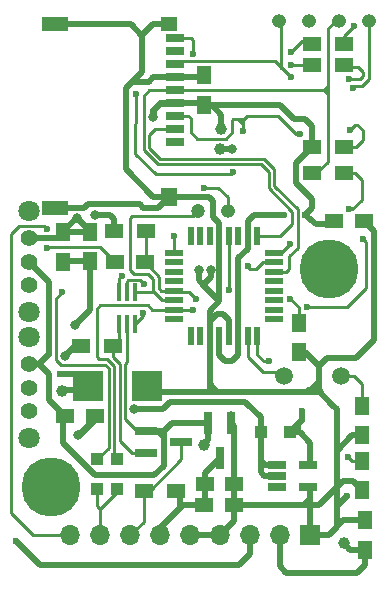
<source format=gbr>
G04 #@! TF.FileFunction,Copper,L1,Top,Signal*
%FSLAX46Y46*%
G04 Gerber Fmt 4.6, Leading zero omitted, Abs format (unit mm)*
G04 Created by KiCad (PCBNEW 4.0.4-stable) date 11/23/17 14:52:01*
%MOMM*%
%LPD*%
G01*
G04 APERTURE LIST*
%ADD10C,0.100000*%
%ADD11R,1.000000X1.000000*%
%ADD12C,1.000000*%
%ADD13R,1.900000X0.800000*%
%ADD14C,1.200000*%
%ADD15O,1.200000X1.200000*%
%ADD16R,2.200000X1.200000*%
%ADD17R,1.400000X1.600000*%
%ADD18R,1.400000X1.200000*%
%ADD19R,1.600000X0.700000*%
%ADD20C,1.500000*%
%ADD21R,1.250000X1.500000*%
%ADD22R,1.500000X1.250000*%
%ADD23R,1.500000X1.300000*%
%ADD24R,1.560000X0.650000*%
%ADD25R,0.800000X1.900000*%
%ADD26R,0.550000X1.600000*%
%ADD27R,1.600000X0.550000*%
%ADD28C,1.400000*%
%ADD29C,1.800000*%
%ADD30R,1.700000X1.700000*%
%ADD31O,1.700000X1.700000*%
%ADD32R,0.400000X1.500000*%
%ADD33R,2.550000X2.500000*%
%ADD34C,5.000000*%
%ADD35C,0.800000*%
%ADD36C,0.600000*%
%ADD37C,0.500000*%
%ADD38C,0.250000*%
%ADD39C,0.600000*%
%ADD40C,0.300000*%
%ADD41C,0.700000*%
G04 APERTURE END LIST*
D10*
D11*
X127300000Y-62090000D03*
X129800000Y-62090000D03*
D12*
X122480000Y-63180000D03*
D13*
X117600000Y-61980000D03*
X117600000Y-63880000D03*
X120600000Y-62930000D03*
D14*
X121990000Y-43390000D03*
D15*
X124530000Y-43390000D03*
D16*
X109920000Y-43070000D03*
X109920000Y-27570000D03*
D17*
X119520000Y-42170000D03*
D18*
X119520000Y-27570000D03*
D19*
X120020000Y-28720000D03*
X120020000Y-30920000D03*
X120020000Y-29820000D03*
X120020000Y-32020000D03*
X120020000Y-33120000D03*
X120020000Y-34220000D03*
X120020000Y-37520000D03*
X120020000Y-36420000D03*
X120020000Y-35320000D03*
D15*
X128880000Y-27310000D03*
X131420000Y-27310000D03*
X133960000Y-27310000D03*
X136500000Y-27310000D03*
D20*
X129240000Y-57290000D03*
X134120000Y-57290000D03*
D21*
X112840000Y-45110000D03*
X112840000Y-47610000D03*
X110600000Y-45140000D03*
X110600000Y-47640000D03*
X136120000Y-69560000D03*
X136120000Y-72060000D03*
X122500000Y-34370000D03*
X122500000Y-31870000D03*
X135920000Y-67010000D03*
X135920000Y-64510000D03*
D22*
X136050000Y-44240000D03*
X133550000Y-44240000D03*
D21*
X135920000Y-62330000D03*
X135920000Y-59830000D03*
X130520000Y-55340000D03*
X130520000Y-52840000D03*
D22*
X117490000Y-47690000D03*
X114990000Y-47690000D03*
D23*
X117400000Y-67040000D03*
X120100000Y-67040000D03*
X114800000Y-54810000D03*
X112100000Y-54810000D03*
X131650000Y-31040000D03*
X134350000Y-31040000D03*
X131630000Y-29190000D03*
X134330000Y-29190000D03*
X131670000Y-37940000D03*
X134370000Y-37940000D03*
X114890000Y-45060000D03*
X117590000Y-45060000D03*
D24*
X128650000Y-64850000D03*
X128650000Y-65800000D03*
X128650000Y-66750000D03*
X131350000Y-66750000D03*
X131350000Y-64850000D03*
D22*
X122560000Y-66480000D03*
X125060000Y-66480000D03*
X122540000Y-68280000D03*
X125040000Y-68280000D03*
X110780000Y-60720000D03*
X113280000Y-60720000D03*
D25*
X124780000Y-61290000D03*
X122880000Y-61290000D03*
X123830000Y-64290000D03*
D26*
X121400000Y-53970000D03*
X122200000Y-53970000D03*
X123000000Y-53970000D03*
X123800000Y-53970000D03*
X124600000Y-53970000D03*
X125400000Y-53970000D03*
X126200000Y-53970000D03*
X127000000Y-53970000D03*
D27*
X128450000Y-52520000D03*
X128450000Y-51720000D03*
X128450000Y-50920000D03*
X128450000Y-50120000D03*
X128450000Y-49320000D03*
X128450000Y-48520000D03*
X128450000Y-47720000D03*
X128450000Y-46920000D03*
D26*
X127000000Y-45470000D03*
X126200000Y-45470000D03*
X125400000Y-45470000D03*
X124600000Y-45470000D03*
X123800000Y-45470000D03*
X123000000Y-45470000D03*
X122200000Y-45470000D03*
X121400000Y-45470000D03*
D27*
X119950000Y-46920000D03*
X119950000Y-47720000D03*
X119950000Y-48520000D03*
X119950000Y-49320000D03*
X119950000Y-50120000D03*
X119950000Y-50920000D03*
X119950000Y-51720000D03*
X119950000Y-52520000D03*
D11*
X113460000Y-66890000D03*
X113460000Y-64390000D03*
X115150000Y-66900000D03*
X115150000Y-64400000D03*
D23*
X134340000Y-40180000D03*
X131640000Y-40180000D03*
D28*
X107680000Y-49650000D03*
X107680000Y-45650000D03*
D29*
X107680000Y-43350000D03*
X107680000Y-51950000D03*
D28*
X107680000Y-47650000D03*
X107700000Y-56320000D03*
X107700000Y-60320000D03*
D29*
X107700000Y-62620000D03*
X107700000Y-54020000D03*
D28*
X107700000Y-58320000D03*
D30*
X131460000Y-70830000D03*
D31*
X128920000Y-70830000D03*
X126380000Y-70830000D03*
X123840000Y-70830000D03*
X121300000Y-70830000D03*
X118760000Y-70830000D03*
X116220000Y-70830000D03*
X113680000Y-70830000D03*
X111140000Y-70830000D03*
D32*
X116630000Y-50260000D03*
X115980000Y-50260000D03*
X115330000Y-50260000D03*
X115330000Y-52920000D03*
X115980000Y-52920000D03*
X116630000Y-52920000D03*
D33*
X117705000Y-58180000D03*
X112655000Y-58180000D03*
D34*
X109590000Y-66710000D03*
D35*
X111465000Y-66710000D03*
X110915825Y-68035825D03*
X109590000Y-68585000D03*
X108264175Y-68035825D03*
X107715000Y-66710000D03*
X108264175Y-65384175D03*
X109590000Y-64835000D03*
X110915825Y-65384175D03*
D34*
X133080000Y-48270000D03*
D35*
X134955000Y-48270000D03*
X134405825Y-49595825D03*
X133080000Y-50145000D03*
X131754175Y-49595825D03*
X131205000Y-48270000D03*
X131754175Y-46944175D03*
X133080000Y-46395000D03*
X134405825Y-46944175D03*
D12*
X123850000Y-38090000D03*
X123990000Y-36380000D03*
X110520000Y-58570000D03*
X134340000Y-71490000D03*
D35*
X111560000Y-53020000D03*
D36*
X117460000Y-49520000D03*
D35*
X111860000Y-62350000D03*
X122050000Y-48380000D03*
X123080000Y-48360000D03*
D36*
X134590000Y-67470000D03*
X134760000Y-32210000D03*
X135240000Y-27660000D03*
X130780000Y-60300000D03*
X134910000Y-36470000D03*
X126230000Y-47990000D03*
X125800000Y-36620000D03*
X130660000Y-36850000D03*
X129780000Y-46180000D03*
X129840000Y-32020000D03*
X129900000Y-31040000D03*
X134700000Y-64180000D03*
X127990000Y-56100000D03*
X129820000Y-50820000D03*
X124610000Y-50080000D03*
X135980000Y-45690000D03*
X131260000Y-51530000D03*
X135100000Y-32960000D03*
X121860000Y-50830000D03*
X121550000Y-51720000D03*
X122520000Y-41390000D03*
X110500000Y-50240000D03*
X119950000Y-45510000D03*
X121600000Y-30040000D03*
X134770000Y-43220000D03*
D35*
X110780000Y-55630000D03*
D36*
X106620000Y-71330000D03*
D35*
X124920000Y-38090000D03*
X111730000Y-43950000D03*
D36*
X116710000Y-33430000D03*
X124940000Y-40070000D03*
X129890000Y-29890000D03*
D35*
X116590000Y-60090000D03*
D36*
X110350000Y-57120000D03*
D35*
X113260000Y-43680000D03*
D36*
X117320000Y-51990000D03*
D35*
X118230000Y-35390000D03*
D36*
X129300000Y-43660000D03*
X131070000Y-43660000D03*
X109190000Y-46470000D03*
X109230000Y-44860000D03*
X115530000Y-48850000D03*
D37*
X109920000Y-43070000D02*
X112350000Y-43070000D01*
X118620000Y-43070000D02*
X119520000Y-42170000D01*
X117360000Y-43070000D02*
X118620000Y-43070000D01*
X117050000Y-42760000D02*
X117360000Y-43070000D01*
X112660000Y-42760000D02*
X117050000Y-42760000D01*
X112350000Y-43070000D02*
X112660000Y-42760000D01*
X112840000Y-47610000D02*
X112840000Y-51740000D01*
X112840000Y-51740000D02*
X111560000Y-53020000D01*
D38*
X115980000Y-50260000D02*
X115980000Y-49290000D01*
X117120002Y-49180002D02*
X117460000Y-49520000D01*
X116089998Y-49180002D02*
X117120002Y-49180002D01*
X115980000Y-49290000D02*
X116089998Y-49180002D01*
D37*
X117705000Y-58180000D02*
X118185000Y-58660000D01*
X118185000Y-58660000D02*
X123000000Y-58660000D01*
X131460000Y-67620000D02*
X131460000Y-67760000D01*
X131460000Y-67760000D02*
X130940000Y-68280000D01*
X125040000Y-68280000D02*
X130940000Y-68280000D01*
X130940000Y-68280000D02*
X132230000Y-68280000D01*
X132230000Y-68280000D02*
X133760000Y-66750000D01*
X123000000Y-58000000D02*
X123000000Y-58050000D01*
X123000000Y-58050000D02*
X123610000Y-58660000D01*
X123000000Y-58660000D02*
X123610000Y-58660000D01*
X123610000Y-58660000D02*
X131370000Y-58660000D01*
X131370000Y-58660000D02*
X131390000Y-58640000D01*
X123000000Y-53970000D02*
X123000000Y-58000000D01*
X123000000Y-58000000D02*
X123000000Y-58660000D01*
X124780000Y-60580000D02*
X124780000Y-61290000D01*
X125060000Y-66480000D02*
X125040000Y-66500000D01*
X125040000Y-66500000D02*
X125040000Y-68280000D01*
X124780000Y-61290000D02*
X125060000Y-61570000D01*
X125060000Y-61570000D02*
X125060000Y-66480000D01*
X123840000Y-70830000D02*
X121300000Y-70830000D01*
X125040000Y-68280000D02*
X125040000Y-69630000D01*
X125040000Y-69630000D02*
X123840000Y-70830000D01*
X122500000Y-31870000D02*
X122350000Y-32020000D01*
X122350000Y-32020000D02*
X120020000Y-32020000D01*
X116970000Y-58550000D02*
X118460000Y-58550000D01*
D39*
X113070000Y-60720000D02*
X113070000Y-61140000D01*
X113070000Y-61140000D02*
X111860000Y-62350000D01*
X113070000Y-60720000D02*
X113510000Y-60720000D01*
D40*
X124300000Y-70370000D02*
X123840000Y-70830000D01*
X124050000Y-70620000D02*
X123840000Y-70830000D01*
D37*
X124600000Y-53970000D02*
X124600000Y-52610000D01*
X123590000Y-52090000D02*
X123010000Y-52670000D01*
X124080000Y-52090000D02*
X123590000Y-52090000D01*
X124600000Y-52610000D02*
X124080000Y-52090000D01*
X122425000Y-49615000D02*
X122050000Y-49240000D01*
X122050000Y-49240000D02*
X122050000Y-48380000D01*
X122420000Y-49620000D02*
X122425000Y-49615000D01*
X122425000Y-49615000D02*
X123080000Y-48960000D01*
X123080000Y-48960000D02*
X123080000Y-48360000D01*
X122100000Y-42170000D02*
X122900000Y-42170000D01*
X119520000Y-42170000D02*
X122100000Y-42170000D01*
X123800000Y-44390000D02*
X123800000Y-45470000D01*
X123270000Y-43860000D02*
X123800000Y-44390000D01*
X123270000Y-42540000D02*
X123270000Y-43860000D01*
X122900000Y-42170000D02*
X123270000Y-42540000D01*
D41*
X131390000Y-58640000D02*
X132210000Y-58640000D01*
X132210000Y-58640000D02*
X132230000Y-58620000D01*
X131390000Y-58640000D02*
X131400000Y-58640000D01*
X131400000Y-58640000D02*
X131420000Y-58620000D01*
D37*
X123810000Y-51010000D02*
X122420000Y-49620000D01*
X122420000Y-49620000D02*
X122350000Y-49550000D01*
X117265000Y-28495000D02*
X117265000Y-31575000D01*
X117265000Y-31575000D02*
X116420000Y-32420000D01*
X117810000Y-32420000D02*
X116420000Y-32420000D01*
X118210000Y-32020000D02*
X117810000Y-32420000D01*
X120020000Y-32020000D02*
X118210000Y-32020000D01*
X118210000Y-42170000D02*
X119520000Y-42170000D01*
X116420000Y-32420000D02*
X115880000Y-32960000D01*
X115880000Y-32960000D02*
X115880000Y-39840000D01*
X115880000Y-39840000D02*
X118210000Y-42170000D01*
X132230000Y-57810000D02*
X131420000Y-58620000D01*
X131420000Y-58620000D02*
X131400000Y-58620000D01*
X132230000Y-58620000D02*
X131400000Y-58620000D01*
X123810000Y-47280000D02*
X123800000Y-47290000D01*
X130520000Y-55340000D02*
X131060000Y-55340000D01*
X131060000Y-55340000D02*
X132230000Y-56510000D01*
X136050000Y-44240000D02*
X136870000Y-45060000D01*
X136870000Y-45060000D02*
X136870000Y-48780000D01*
X119520000Y-27570000D02*
X118190000Y-27570000D01*
X118190000Y-27570000D02*
X117265000Y-28495000D01*
X117265000Y-28495000D02*
X117250000Y-28510000D01*
X120020000Y-32020000D02*
X120110000Y-31930000D01*
X117250000Y-28510000D02*
X116310000Y-27570000D01*
X116310000Y-27570000D02*
X109920000Y-27570000D01*
X131350000Y-66750000D02*
X131460000Y-66860000D01*
X131460000Y-66860000D02*
X131460000Y-67620000D01*
X131460000Y-67620000D02*
X131460000Y-70800000D01*
X136120000Y-69560000D02*
X134260000Y-69560000D01*
X134260000Y-69560000D02*
X133750000Y-70070000D01*
X133750000Y-68320000D02*
X133750000Y-70070000D01*
X133750000Y-70070000D02*
X133750000Y-70100000D01*
X133050000Y-70800000D02*
X131460000Y-70800000D01*
X133750000Y-70100000D02*
X133050000Y-70800000D01*
X133760000Y-63640000D02*
X133760000Y-66750000D01*
X133760000Y-66750000D02*
X133750000Y-66760000D01*
X132230000Y-56510000D02*
X132230000Y-57810000D01*
X132230000Y-57810000D02*
X132230000Y-58620000D01*
X133450000Y-59840000D02*
X133760000Y-60150000D01*
X132230000Y-58620000D02*
X133450000Y-59840000D01*
X133760000Y-62390000D02*
X133760000Y-60150000D01*
X136870000Y-54320000D02*
X136870000Y-50640000D01*
X135390000Y-55800000D02*
X136870000Y-54320000D01*
X132940000Y-55800000D02*
X133640000Y-55800000D01*
X133640000Y-55800000D02*
X135390000Y-55800000D01*
X132230000Y-56510000D02*
X132940000Y-55800000D01*
X136870000Y-50640000D02*
X136870000Y-48780000D01*
X135920000Y-62330000D02*
X135070000Y-62330000D01*
X135070000Y-62330000D02*
X133760000Y-63640000D01*
X135920000Y-67010000D02*
X135160000Y-66250000D01*
X135160000Y-66250000D02*
X134260000Y-66250000D01*
X134260000Y-66250000D02*
X133750000Y-66760000D01*
X133750000Y-66760000D02*
X133750000Y-67660000D01*
X133750000Y-68320000D02*
X133750000Y-67660000D01*
X134590000Y-67470000D02*
X133750000Y-68310000D01*
X133750000Y-68310000D02*
X133770000Y-68310000D01*
X133770000Y-68310000D02*
X133780000Y-68320000D01*
X133780000Y-68320000D02*
X133750000Y-68320000D01*
X133760000Y-63640000D02*
X133750000Y-63650000D01*
X133730000Y-62390000D02*
X133760000Y-62390000D01*
X133760000Y-62360000D02*
X133730000Y-62390000D01*
X133760000Y-62270000D02*
X133760000Y-62360000D01*
X133760000Y-62390000D02*
X133760000Y-63640000D01*
X123810000Y-45580000D02*
X123810000Y-47280000D01*
X123810000Y-47280000D02*
X123810000Y-49910000D01*
X123810000Y-49910000D02*
X123810000Y-51010000D01*
X123010000Y-51810000D02*
X123010000Y-52670000D01*
X123010000Y-52670000D02*
X123010000Y-54080000D01*
X123810000Y-51010000D02*
X123010000Y-51810000D01*
X112840000Y-47610000D02*
X112840000Y-47320000D01*
X110960000Y-47610000D02*
X112840000Y-47610000D01*
D38*
X135970000Y-31610000D02*
X135970000Y-31920000D01*
X135510000Y-31150000D02*
X135970000Y-31610000D01*
X135510000Y-31150000D02*
X134400000Y-31150000D01*
X135680000Y-32210000D02*
X134760000Y-32210000D01*
X135970000Y-31920000D02*
X135680000Y-32210000D01*
X135240000Y-27660000D02*
X134340000Y-28560000D01*
X134340000Y-28560000D02*
X134340000Y-28970000D01*
D37*
X130760000Y-61130000D02*
X130470000Y-61420000D01*
X130470000Y-61420000D02*
X130470000Y-62090000D01*
X130780000Y-61110000D02*
X130760000Y-61130000D01*
X130760000Y-61130000D02*
X129800000Y-62090000D01*
X130780000Y-60300000D02*
X130780000Y-61110000D01*
X129800000Y-62090000D02*
X130470000Y-62090000D01*
X130470000Y-62090000D02*
X130620000Y-62090000D01*
X130620000Y-62090000D02*
X131520000Y-62990000D01*
X131520000Y-62990000D02*
X131520000Y-64680000D01*
X131520000Y-64680000D02*
X131350000Y-64850000D01*
D38*
X134370000Y-37940000D02*
X135370000Y-37940000D01*
X135320000Y-36060000D02*
X134910000Y-36470000D01*
X135450000Y-36060000D02*
X135320000Y-36060000D01*
X135930000Y-36540000D02*
X135450000Y-36060000D01*
X135930000Y-37380000D02*
X135930000Y-36540000D01*
X135370000Y-37940000D02*
X135930000Y-37380000D01*
X115380000Y-62850000D02*
X115380000Y-56320000D01*
X115380000Y-62850000D02*
X115640000Y-63110000D01*
X115640000Y-63110000D02*
X116410000Y-63880000D01*
X117600000Y-63880000D02*
X116410000Y-63880000D01*
X114800000Y-55740000D02*
X114800000Y-54810000D01*
X115380000Y-56320000D02*
X114800000Y-55740000D01*
X115330000Y-52920000D02*
X115330000Y-54280000D01*
X115330000Y-54280000D02*
X114800000Y-54810000D01*
X128470000Y-41230000D02*
X130440000Y-43200000D01*
X118780002Y-38920000D02*
X117890000Y-38029998D01*
X117890000Y-38029998D02*
X117890000Y-36920000D01*
X117890000Y-36920000D02*
X118390000Y-36420000D01*
X120020000Y-36420000D02*
X118390000Y-36420000D01*
X128470000Y-39840000D02*
X128470000Y-41230000D01*
X127550000Y-38920000D02*
X128470000Y-39840000D01*
X127550000Y-38920000D02*
X118780002Y-38920000D01*
X130440000Y-46460000D02*
X130450000Y-46470000D01*
X130440000Y-43200000D02*
X130440000Y-46460000D01*
X129720000Y-48270000D02*
X129470000Y-48520000D01*
X128450000Y-48520000D02*
X129470000Y-48520000D01*
X129720000Y-47200000D02*
X130450000Y-46470000D01*
X129720000Y-47200000D02*
X129720000Y-48270000D01*
X113460000Y-66890000D02*
X113460000Y-68310000D01*
X113460000Y-68310000D02*
X113740000Y-68590000D01*
X115150000Y-66900000D02*
X115150000Y-67180000D01*
X115150000Y-67180000D02*
X113740000Y-68590000D01*
X113740000Y-68590000D02*
X113680000Y-68650000D01*
X113680000Y-68650000D02*
X113680000Y-70830000D01*
X113810000Y-70670000D02*
X113680000Y-70800000D01*
X120020000Y-35320000D02*
X121190000Y-35320000D01*
X125000000Y-35610000D02*
X125390000Y-35610000D01*
X124920000Y-35690000D02*
X125000000Y-35610000D01*
X124920000Y-36710000D02*
X124920000Y-35690000D01*
X124370000Y-37260000D02*
X124920000Y-36710000D01*
X121930000Y-37260000D02*
X124370000Y-37260000D01*
X121380000Y-36710000D02*
X121930000Y-37260000D01*
X121380000Y-35510000D02*
X121380000Y-36710000D01*
X121190000Y-35320000D02*
X121380000Y-35510000D01*
X125390000Y-35610000D02*
X125830000Y-35610000D01*
X125830000Y-35610000D02*
X126120000Y-35320000D01*
X125370000Y-35590000D02*
X125390000Y-35610000D01*
X125390000Y-35610000D02*
X125800000Y-36020000D01*
X127490000Y-47720000D02*
X126920000Y-48290000D01*
X126920000Y-48290000D02*
X126370000Y-48290000D01*
X126370000Y-48290000D02*
X126230000Y-48150000D01*
X126230000Y-48150000D02*
X126230000Y-47990000D01*
X128450000Y-47720000D02*
X127490000Y-47720000D01*
X125800000Y-35640000D02*
X126120000Y-35320000D01*
X125800000Y-36020000D02*
X125800000Y-35640000D01*
X125800000Y-36620000D02*
X125800000Y-36020000D01*
X126120000Y-35320000D02*
X128770000Y-35320000D01*
X128770000Y-35320000D02*
X130270000Y-36820000D01*
X130270000Y-36820000D02*
X130300000Y-36850000D01*
X130300000Y-36850000D02*
X130660000Y-36850000D01*
X120020000Y-30920000D02*
X120250000Y-30690000D01*
X120250000Y-30690000D02*
X128510000Y-30690000D01*
X128510000Y-30690000D02*
X128740000Y-30920000D01*
X129040000Y-46920000D02*
X129780000Y-46180000D01*
X129020000Y-31200000D02*
X129050000Y-31230000D01*
X129840000Y-32020000D02*
X129020000Y-31200000D01*
X128740000Y-30920000D02*
X129050000Y-31230000D01*
X129050000Y-27480000D02*
X129050000Y-31230000D01*
X128880000Y-27310000D02*
X129050000Y-27480000D01*
X128450000Y-46920000D02*
X129040000Y-46920000D01*
X132620000Y-33120000D02*
X132830000Y-33120000D01*
X132830000Y-33120000D02*
X132980000Y-32970000D01*
X132610000Y-33120000D02*
X132620000Y-33120000D01*
X132620000Y-33120000D02*
X132980000Y-33480000D01*
X128960000Y-33120000D02*
X132610000Y-33120000D01*
X132610000Y-33120000D02*
X132980000Y-32750000D01*
X132980000Y-37070000D02*
X132980000Y-33480000D01*
X132980000Y-39180000D02*
X132980000Y-37070000D01*
X131980000Y-40180000D02*
X132980000Y-39180000D01*
X132980000Y-33480000D02*
X132980000Y-32970000D01*
X132980000Y-32970000D02*
X132980000Y-32750000D01*
X132980000Y-32750000D02*
X132980000Y-27970000D01*
X132980000Y-27970000D02*
X133640000Y-27310000D01*
X124663199Y-39403199D02*
X118603199Y-39403199D01*
X129969999Y-43409999D02*
X127990000Y-41430000D01*
X127990000Y-41430000D02*
X127990000Y-40040000D01*
X127990000Y-40040000D02*
X127353199Y-39403199D01*
X125673199Y-39403199D02*
X127353199Y-39403199D01*
X125673199Y-39403199D02*
X124663199Y-39403199D01*
X129969999Y-44439999D02*
X129969999Y-43409999D01*
X117880000Y-33120000D02*
X120020000Y-33120000D01*
X117410000Y-33590000D02*
X117880000Y-33120000D01*
X117410000Y-38210000D02*
X117410000Y-33590000D01*
X118603199Y-39403199D02*
X117410000Y-38210000D01*
X123960000Y-33120000D02*
X128960000Y-33120000D01*
X120020000Y-33120000D02*
X123310000Y-33120000D01*
X123310000Y-33120000D02*
X123960000Y-33120000D01*
X128960000Y-33120000D02*
X128970000Y-33120000D01*
X128970000Y-33120000D02*
X128970000Y-33130000D01*
X133960000Y-27310000D02*
X133640000Y-27310000D01*
X131640000Y-40180000D02*
X131980000Y-40180000D01*
X127530000Y-45470000D02*
X128939998Y-45470000D01*
X127530000Y-45470000D02*
X127000000Y-45470000D01*
X128939998Y-45470000D02*
X129969999Y-44439999D01*
X129969999Y-44439999D02*
X129971801Y-44438197D01*
X131650000Y-31040000D02*
X129900000Y-31040000D01*
X135920000Y-64510000D02*
X135030000Y-64510000D01*
X135030000Y-64510000D02*
X134700000Y-64180000D01*
X126200000Y-53970000D02*
X126200000Y-55730000D01*
X127470000Y-57000000D02*
X128950000Y-57000000D01*
X126200000Y-55730000D02*
X127470000Y-57000000D01*
X128950000Y-57000000D02*
X129240000Y-57290000D01*
X134120000Y-57290000D02*
X135240000Y-57290000D01*
X135920000Y-57970000D02*
X135920000Y-59830000D01*
X135240000Y-57290000D02*
X135920000Y-57970000D01*
X127000000Y-55520000D02*
X127000000Y-53970000D01*
X127580000Y-56100000D02*
X127000000Y-55520000D01*
X127990000Y-56100000D02*
X127580000Y-56100000D01*
X130520000Y-52840000D02*
X130520000Y-51520000D01*
X130520000Y-51520000D02*
X129820000Y-50820000D01*
X124610000Y-50080000D02*
X124600000Y-46730000D01*
X124600000Y-46740000D02*
X124600000Y-46730000D01*
X124600000Y-46730000D02*
X124600000Y-45470000D01*
X117490000Y-47690000D02*
X118710000Y-48910000D01*
X118910000Y-50120000D02*
X119950000Y-50120000D01*
X118910000Y-50120000D02*
X118710000Y-49920000D01*
X118710000Y-48910000D02*
X118710000Y-49920000D01*
X117590000Y-45060000D02*
X117660000Y-44990000D01*
X117560000Y-47370000D02*
X117590000Y-47340000D01*
X117590000Y-47340000D02*
X117590000Y-45060000D01*
X135980000Y-45690000D02*
X136260000Y-45970000D01*
X136260000Y-45970000D02*
X136260000Y-49910000D01*
X136260000Y-49910000D02*
X134640000Y-51530000D01*
X134640000Y-51530000D02*
X131260000Y-51530000D01*
X136500000Y-27310000D02*
X136500000Y-32160000D01*
X135880000Y-32780000D02*
X136500000Y-32160000D01*
X135280000Y-32780000D02*
X135880000Y-32780000D01*
X135100000Y-32960000D02*
X135280000Y-32780000D01*
X121170000Y-50230000D02*
X119960000Y-50230000D01*
X121260000Y-50230000D02*
X121170000Y-50230000D01*
X121860000Y-50830000D02*
X121260000Y-50230000D01*
X119950000Y-51720000D02*
X118140000Y-51720000D01*
X113440000Y-53030000D02*
X113440000Y-55729998D01*
X113440000Y-55729998D02*
X113580002Y-55870000D01*
X113580002Y-55870000D02*
X114290000Y-55870000D01*
X114290000Y-55870000D02*
X114920000Y-56500000D01*
X114920000Y-56500000D02*
X114920000Y-64170000D01*
X113440000Y-51640000D02*
X113440000Y-53030000D01*
X113730000Y-51350000D02*
X113440000Y-51640000D01*
X117770000Y-51350000D02*
X113730000Y-51350000D01*
X118140000Y-51720000D02*
X117770000Y-51350000D01*
X114920000Y-64170000D02*
X115150000Y-64400000D01*
X115150000Y-64400000D02*
X114920000Y-64170000D01*
X119830000Y-51600000D02*
X119950000Y-51720000D01*
X119950000Y-51720000D02*
X121550000Y-51720000D01*
X122520000Y-41390000D02*
X123730000Y-41390000D01*
X123730000Y-41390000D02*
X123730000Y-41420000D01*
X123730000Y-41420000D02*
X123730000Y-41390000D01*
X124530000Y-42190000D02*
X124530000Y-43390000D01*
X123730000Y-41390000D02*
X124530000Y-42190000D01*
X110500000Y-50240000D02*
X109965002Y-50774998D01*
X109965002Y-50774998D02*
X109965002Y-55170000D01*
X109965002Y-55170000D02*
X109980000Y-55170000D01*
X114450000Y-63400000D02*
X113460000Y-64390000D01*
X114450000Y-57590000D02*
X114450000Y-56690000D01*
X111750000Y-56400000D02*
X111210000Y-56400000D01*
X114450000Y-57590000D02*
X114450000Y-61230000D01*
X114160000Y-56400000D02*
X111750000Y-56400000D01*
X114450000Y-56690000D02*
X114160000Y-56400000D01*
X114450000Y-61230000D02*
X114450000Y-63400000D01*
X110420000Y-56400000D02*
X109980000Y-55960000D01*
X109980000Y-55960000D02*
X109980000Y-55170000D01*
X109980000Y-55170000D02*
X109980000Y-55170000D01*
X111210000Y-56400000D02*
X110420000Y-56400000D01*
X119950000Y-46920000D02*
X119950000Y-45510000D01*
X121410000Y-28720000D02*
X121600000Y-28910000D01*
X121600000Y-28910000D02*
X121600000Y-30040000D01*
X121410000Y-28720000D02*
X120020000Y-28720000D01*
X134340000Y-40180000D02*
X135320000Y-40180000D01*
X135080000Y-43220000D02*
X134770000Y-43220000D01*
X135860000Y-42440000D02*
X135080000Y-43220000D01*
X135860000Y-40720000D02*
X135860000Y-42440000D01*
X135320000Y-40180000D02*
X135860000Y-40720000D01*
D37*
X136120000Y-72060000D02*
X134910000Y-72060000D01*
X134910000Y-72060000D02*
X134340000Y-71490000D01*
X128910000Y-70820000D02*
X128920000Y-70830000D01*
X136120000Y-72060000D02*
X136120000Y-73320000D01*
X128920000Y-73450000D02*
X128920000Y-70800000D01*
X129480000Y-74010000D02*
X128920000Y-73450000D01*
X135430000Y-74010000D02*
X129480000Y-74010000D01*
X136120000Y-73320000D02*
X135430000Y-74010000D01*
X120100000Y-67040000D02*
X120500000Y-67440000D01*
X120500000Y-67440000D02*
X120500000Y-68470000D01*
X122560000Y-66480000D02*
X122560000Y-65560000D01*
X122560000Y-65560000D02*
X123830000Y-64290000D01*
X122560000Y-66480000D02*
X122560000Y-68260000D01*
X122560000Y-68260000D02*
X122540000Y-68280000D01*
X118760000Y-70830000D02*
X118760000Y-70210000D01*
X118760000Y-70210000D02*
X120500000Y-68470000D01*
X120500000Y-68470000D02*
X120690000Y-68280000D01*
X120690000Y-68280000D02*
X122540000Y-68280000D01*
D38*
X117400000Y-67040000D02*
X117940000Y-67040000D01*
X117940000Y-67040000D02*
X120600000Y-64380000D01*
X120600000Y-64380000D02*
X120600000Y-62930000D01*
X116220000Y-70830000D02*
X117400000Y-69650000D01*
X117400000Y-69650000D02*
X117400000Y-67040000D01*
X115850000Y-59400000D02*
X115850000Y-60980002D01*
X115980000Y-56170000D02*
X115850000Y-56300000D01*
X115850000Y-56300000D02*
X115850000Y-59400000D01*
X115980000Y-52920000D02*
X115980000Y-56170000D01*
X115850000Y-60980002D02*
X116849998Y-61980000D01*
X116849998Y-61980000D02*
X117600000Y-61980000D01*
D37*
X112100000Y-54810000D02*
X111600000Y-54810000D01*
X111600000Y-54810000D02*
X110780000Y-55630000D01*
X122480000Y-63180000D02*
X122880000Y-62780000D01*
X122880000Y-62780000D02*
X122880000Y-61290000D01*
X118580000Y-61980000D02*
X119080000Y-61980000D01*
X119080000Y-61980000D02*
X119090000Y-61990000D01*
X117600000Y-61980000D02*
X118580000Y-61980000D01*
X118580000Y-61980000D02*
X119090000Y-62490000D01*
X119790000Y-61290000D02*
X119090000Y-61990000D01*
X119790000Y-61290000D02*
X122070000Y-61290000D01*
X116850000Y-65710000D02*
X115440000Y-65710000D01*
X118310000Y-65710000D02*
X116850000Y-65710000D01*
X119090000Y-64930000D02*
X118310000Y-65710000D01*
X119090000Y-61990000D02*
X119090000Y-62490000D01*
X119090000Y-62490000D02*
X119090000Y-64930000D01*
X122070000Y-61290000D02*
X122880000Y-61290000D01*
X113930000Y-65710000D02*
X113240000Y-65710000D01*
X110570000Y-62450000D02*
X110570000Y-60720000D01*
X113240000Y-65710000D02*
X110570000Y-63040000D01*
X110570000Y-63040000D02*
X110570000Y-62450000D01*
X115440000Y-65710000D02*
X113930000Y-65710000D01*
X110780000Y-60720000D02*
X109400000Y-59340000D01*
X109400000Y-57160000D02*
X108560000Y-56320000D01*
X109400000Y-59340000D02*
X109400000Y-57160000D01*
X109390000Y-52380000D02*
X109390000Y-49360000D01*
X109390000Y-55490000D02*
X109390000Y-52380000D01*
X109390000Y-49360000D02*
X107680000Y-47650000D01*
X115440000Y-65710000D02*
X115450000Y-65710000D01*
X109390000Y-55490000D02*
X108560000Y-56320000D01*
X108560000Y-56320000D02*
X107700000Y-56320000D01*
X110606000Y-60756000D02*
X110570000Y-60720000D01*
X126380000Y-70800000D02*
X126380000Y-72440000D01*
X108660000Y-73370000D02*
X106620000Y-71330000D01*
X125450000Y-73370000D02*
X108660000Y-73370000D01*
X126380000Y-72440000D02*
X125450000Y-73370000D01*
X109390000Y-55560000D02*
X109390000Y-55490000D01*
X123990000Y-38090000D02*
X124920000Y-38090000D01*
X112840000Y-45110000D02*
X112840000Y-45060000D01*
X112840000Y-45060000D02*
X111730000Y-43950000D01*
X111730000Y-43950000D02*
X110600000Y-45080000D01*
X110600000Y-45080000D02*
X110600000Y-45140000D01*
X107680000Y-45650000D02*
X110090000Y-45650000D01*
X110090000Y-45650000D02*
X110600000Y-45140000D01*
X112840000Y-45110000D02*
X110960000Y-45110000D01*
D38*
X121530000Y-40250000D02*
X124760000Y-40250000D01*
X121530000Y-40250000D02*
X118420000Y-40250000D01*
X118420000Y-40250000D02*
X116690000Y-38520000D01*
X116690000Y-38520000D02*
X116710000Y-33430000D01*
X124760000Y-40250000D02*
X124940000Y-40070000D01*
X131640000Y-28970000D02*
X130810000Y-28970000D01*
X130810000Y-28970000D02*
X129890000Y-29890000D01*
D37*
X126010000Y-59540000D02*
X119590000Y-59540000D01*
X126130000Y-59660000D02*
X126010000Y-59540000D01*
X119040000Y-60090000D02*
X116590000Y-60090000D01*
X119590000Y-59540000D02*
X119040000Y-60090000D01*
X127300000Y-62090000D02*
X127300000Y-60830000D01*
X127300000Y-60830000D02*
X126130000Y-59660000D01*
X126130000Y-59660000D02*
X126070000Y-59600000D01*
X110590000Y-58540000D02*
X112295000Y-58540000D01*
X112295000Y-58540000D02*
X112655000Y-58180000D01*
X110350000Y-57120000D02*
X111595000Y-57120000D01*
X111595000Y-57120000D02*
X112655000Y-58180000D01*
X110350000Y-57120000D02*
X110400000Y-57120000D01*
X128650000Y-64850000D02*
X127640000Y-64850000D01*
X127640000Y-64850000D02*
X127300000Y-64510000D01*
X128650000Y-65800000D02*
X127600000Y-65800000D01*
X127300000Y-65500000D02*
X127300000Y-64510000D01*
X127300000Y-64510000D02*
X127300000Y-62090000D01*
X127600000Y-65800000D02*
X127300000Y-65500000D01*
X114890000Y-45060000D02*
X114890000Y-44050000D01*
X114520000Y-43680000D02*
X113260000Y-43680000D01*
X114890000Y-44050000D02*
X114520000Y-43680000D01*
D38*
X116630000Y-52920000D02*
X117320000Y-52230000D01*
X117320000Y-52230000D02*
X117320000Y-51990000D01*
X114250000Y-45060000D02*
X114890000Y-45060000D01*
D37*
X123990000Y-36380000D02*
X123990000Y-35210000D01*
X123990000Y-35210000D02*
X123150000Y-34370000D01*
X122500000Y-34370000D02*
X123150000Y-34370000D01*
X123150000Y-34370000D02*
X128960000Y-34370000D01*
X131670000Y-36140000D02*
X131670000Y-37940000D01*
X131090000Y-35560000D02*
X131670000Y-36140000D01*
X130150000Y-35560000D02*
X131090000Y-35560000D01*
X128960000Y-34370000D02*
X130150000Y-35560000D01*
X122500000Y-34370000D02*
X122350000Y-34220000D01*
X122350000Y-34220000D02*
X120020000Y-34220000D01*
D40*
X114890000Y-45320000D02*
X114890000Y-45060000D01*
D37*
X123800000Y-53970000D02*
X123800000Y-55590000D01*
X125400000Y-55570000D02*
X125400000Y-53970000D01*
X124920000Y-56050000D02*
X125400000Y-55570000D01*
X124260000Y-56050000D02*
X124920000Y-56050000D01*
X123800000Y-55590000D02*
X124260000Y-56050000D01*
X131070000Y-43660000D02*
X131650000Y-43080000D01*
X130330000Y-41010000D02*
X130330000Y-39280000D01*
X131650000Y-42330000D02*
X130330000Y-41010000D01*
X131670000Y-37940000D02*
X130330000Y-39280000D01*
X131650000Y-43080000D02*
X131650000Y-42330000D01*
X133310000Y-44480000D02*
X132010000Y-44480000D01*
X132010000Y-44480000D02*
X131070000Y-43660000D01*
X133310000Y-44480000D02*
X133550000Y-44240000D01*
X126200000Y-45470000D02*
X126200000Y-44230000D01*
X126200000Y-44230000D02*
X126770000Y-43660000D01*
X126770000Y-43660000D02*
X129300000Y-43660000D01*
X126210000Y-45580000D02*
X126210000Y-46550000D01*
X125410000Y-47880000D02*
X125410000Y-54080000D01*
X125410000Y-47350000D02*
X125410000Y-47880000D01*
X126210000Y-46550000D02*
X125410000Y-47350000D01*
D38*
X126210000Y-45580000D02*
X126220000Y-45570000D01*
D39*
X118230000Y-35390000D02*
X118230000Y-34790000D01*
X118230000Y-34790000D02*
X118800000Y-34220000D01*
X118230000Y-35390000D02*
X118230000Y-35400000D01*
X120020000Y-34220000D02*
X118800000Y-34220000D01*
D38*
X106140000Y-51030000D02*
X106140000Y-45310000D01*
X113670000Y-46370000D02*
X114990000Y-47690000D01*
X109290000Y-46370000D02*
X113670000Y-46370000D01*
X109190000Y-46470000D02*
X109290000Y-46370000D01*
X108970000Y-44600000D02*
X109230000Y-44860000D01*
X106850000Y-44600000D02*
X108970000Y-44600000D01*
X106140000Y-45310000D02*
X106850000Y-44600000D01*
X114970000Y-47690000D02*
X114990000Y-47690000D01*
X106140000Y-51030000D02*
X106150000Y-51030000D01*
X106150000Y-51030000D02*
X106140000Y-51030000D01*
X106140000Y-51030000D02*
X106150000Y-51030000D01*
X106150000Y-51030000D02*
X106150000Y-68960000D01*
X106150000Y-68960000D02*
X107990000Y-70800000D01*
X107990000Y-70800000D02*
X111140000Y-70800000D01*
X116240000Y-48390000D02*
X116240000Y-46540000D01*
X116580000Y-48730000D02*
X116240000Y-48390000D01*
X116630000Y-50260000D02*
X118310000Y-50260000D01*
X118250000Y-50240000D02*
X118250000Y-50200000D01*
X118290000Y-50240000D02*
X118250000Y-50240000D01*
X118310000Y-50260000D02*
X118290000Y-50240000D01*
X116240000Y-46540000D02*
X116240000Y-43970000D01*
X118970000Y-50920000D02*
X118250000Y-50200000D01*
X118250000Y-50200000D02*
X118180000Y-50130000D01*
X118180000Y-50130000D02*
X118180000Y-49140000D01*
X118180000Y-49140000D02*
X117770000Y-48730000D01*
X117770000Y-48730000D02*
X116580000Y-48730000D01*
X119950000Y-50920000D02*
X118970000Y-50920000D01*
X116410000Y-43800000D02*
X121580000Y-43800000D01*
X116240000Y-43970000D02*
X116410000Y-43800000D01*
X121580000Y-43800000D02*
X121600000Y-43780000D01*
X121600000Y-43780000D02*
X121990000Y-43390000D01*
X121600000Y-43780000D02*
X121990000Y-43390000D01*
X115330000Y-50260000D02*
X115330000Y-49050000D01*
X115330000Y-49050000D02*
X115530000Y-48850000D01*
M02*

</source>
